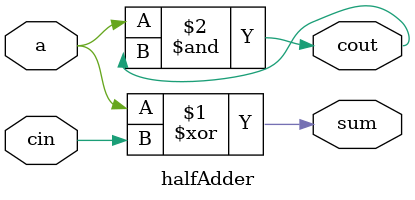
<source format=v>
module halfAdder(sum,cout,a,cin);
    
output sum, cout;
input a, cin;
                
assign sum = a ^ cin;
assign cout = a & cout;
                        
endmodule

</source>
